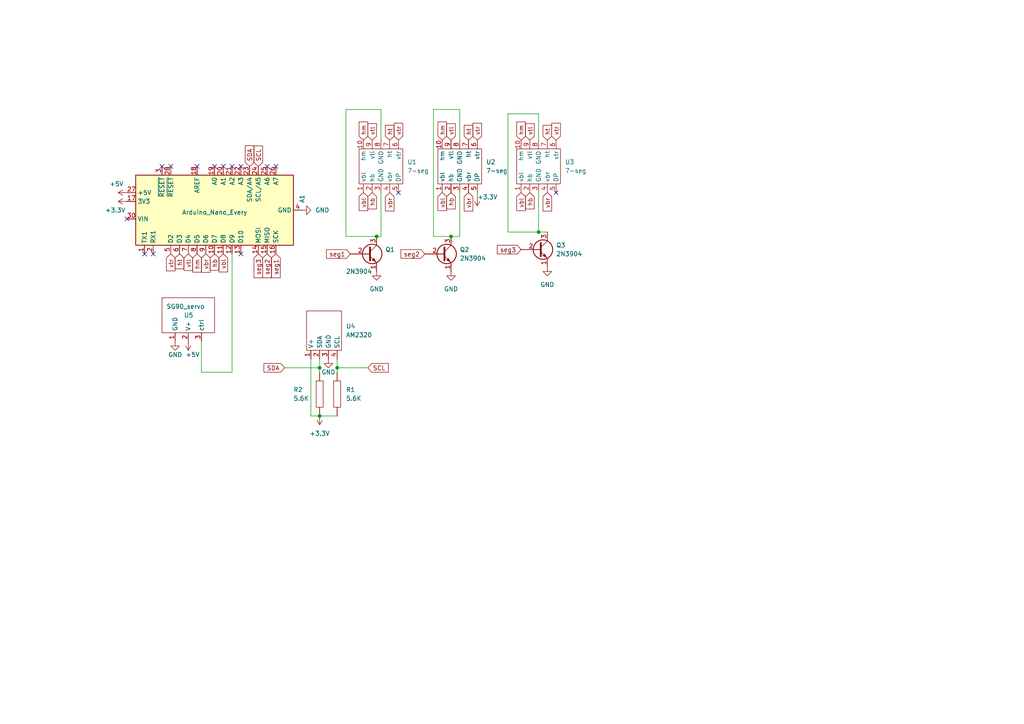
<source format=kicad_sch>
(kicad_sch (version 20230121) (generator eeschema)
  (paper "A4")
  (lib_symbols
    (symbol "7-segment-display:7-seg"
      (property "Reference" "U" (at 5.08 -7.62 0))
      (property "Value" "7-seg" (at 0 -7.62 0))
      (symbol "7-seg_0_1"
        (rectangle (start -6.35 -2.54) (end 6.35 -12.7))
      )
      (symbol "7-seg_1_1"
        (pin input line (at -5.08 -15.24 90) (length 2.54) (name "vbl") (number "1"))
        (pin input line (at -5.08 0 270) (length 2.54) (name "hm") (number "10"))
        (pin input line (at -2.54 -15.24 90) (length 2.54) (name "hb") (number "2"))
        (pin input line (at 0 -15.24 90) (length 2.54) (name "GND") (number "3"))
        (pin input line (at 2.54 -15.24 90) (length 2.54) (name "vbr") (number "4"))
        (pin input line (at 5.08 -15.24 90) (length 2.54) (name "DP") (number "5"))
        (pin input line (at 5.08 0 270) (length 2.54) (name "vtr") (number "6"))
        (pin input line (at 2.54 0 270) (length 2.54) (name "ht") (number "7"))
        (pin input line (at 0 0 270) (length 2.54) (name "GND") (number "8"))
        (pin input line (at -2.54 0 270) (length 2.54) (name "vtl") (number "9"))
      )
    )
    (symbol "7-segment-display:AM2320"
      (property "Reference" "U" (at 0 5.08 0))
      (property "Value" "AM2320" (at 0 2.54 0))
      (symbol "AM2320_0_1"
        (rectangle (start -5.08 -3.81) (end 5.08 7.62))
      )
      (symbol "AM2320_1_1"
        (pin input line (at -3.81 -6.35 90) (length 2.54) (name "V+") (number "1"))
        (pin input line (at -1.27 -6.35 90) (length 2.54) (name "SDA") (number "2"))
        (pin input line (at 1.27 -6.35 90) (length 2.54) (name "GND") (number "3"))
        (pin input line (at 3.81 -6.35 90) (length 2.54) (name "SCL") (number "4"))
      )
    )
    (symbol "7-segment-display:MG90S_servo"
      (property "Reference" "U" (at 0 5.08 0))
      (property "Value" "MG90S_servo" (at 0 2.54 0))
      (symbol "MG90S_servo_0_1"
        (rectangle (start 7.62 -3.81) (end -7.62 6.35))
      )
      (symbol "MG90S_servo_1_1"
        (pin input line (at -3.81 -6.35 90) (length 2.54) (name "GND") (number "1"))
        (pin input line (at 0 -6.35 90) (length 2.54) (name "V+") (number "2"))
        (pin input line (at 3.81 -6.35 90) (length 2.54) (name "ctrl") (number "3"))
      )
    )
    (symbol "MCU_Module:Arduino_Nano_Every"
      (property "Reference" "A" (at -10.16 23.495 0))
      (property "Value" "Arduino_Nano_Every" (at 5.08 -24.13 0))
      (symbol "Arduino_Nano_Every_0_1"
        (rectangle (start -10.16 22.86) (end 10.16 -22.86) (stroke (width 0.254)) (fill (type background)))
      )
      (symbol "Arduino_Nano_Every_1_1"
        (pin bidirectional line (at -12.7 20.32 0) (length 2.54) (name "TX1") (number "1"))
        (pin bidirectional line (at -12.7 0 0) (length 2.54) (name "D7") (number "10"))
        (pin bidirectional line (at -12.7 -2.54 0) (length 2.54) (name "D8") (number "11"))
        (pin bidirectional line (at -12.7 -5.08 0) (length 2.54) (name "D9") (number "12"))
        (pin bidirectional line (at -12.7 -7.62 0) (length 2.54) (name "D10") (number "13"))
        (pin bidirectional line (at -12.7 -12.7 0) (length 2.54) (name "MOSI") (number "14"))
        (pin bidirectional line (at -12.7 -15.24 0) (length 2.54) (name "MISO") (number "15"))
        (pin bidirectional line (at -12.7 -17.78 0) (length 2.54) (name "SCK") (number "16"))
        (pin power_out line (at 2.54 25.4 270) (length 2.54) (name "3V3") (number "17"))
        (pin input line (at 12.7 5.08 180) (length 2.54) (name "AREF") (number "18"))
        (pin bidirectional line (at 12.7 0 180) (length 2.54) (name "A0") (number "19"))
        (pin bidirectional line (at -12.7 17.78 0) (length 2.54) (name "RX1") (number "2"))
        (pin bidirectional line (at 12.7 -2.54 180) (length 2.54) (name "A1") (number "20"))
        (pin bidirectional line (at 12.7 -5.08 180) (length 2.54) (name "A2") (number "21"))
        (pin bidirectional line (at 12.7 -7.62 180) (length 2.54) (name "A3") (number "22"))
        (pin bidirectional line (at 12.7 -10.16 180) (length 2.54) (name "SDA/A4") (number "23"))
        (pin bidirectional line (at 12.7 -12.7 180) (length 2.54) (name "SCL/A5") (number "24"))
        (pin bidirectional line (at 12.7 -15.24 180) (length 2.54) (name "A6") (number "25"))
        (pin bidirectional line (at 12.7 -17.78 180) (length 2.54) (name "A7") (number "26"))
        (pin power_out line (at 5.08 25.4 270) (length 2.54) (name "+5V") (number "27"))
        (pin input line (at 12.7 12.7 180) (length 2.54) (name "~{RESET}") (number "28"))
        (pin passive line (at 0 -25.4 90) (length 2.54) hide (name "GND") (number "29"))
        (pin input line (at 12.7 15.24 180) (length 2.54) (name "~{RESET}") (number "3"))
        (pin power_in line (at -2.54 25.4 270) (length 2.54) (name "VIN") (number "30"))
        (pin power_in line (at 0 -25.4 90) (length 2.54) (name "GND") (number "4"))
        (pin bidirectional line (at -12.7 12.7 0) (length 2.54) (name "D2") (number "5"))
        (pin bidirectional line (at -12.7 10.16 0) (length 2.54) (name "D3") (number "6"))
        (pin bidirectional line (at -12.7 7.62 0) (length 2.54) (name "D4") (number "7"))
        (pin bidirectional line (at -12.7 5.08 0) (length 2.54) (name "D5") (number "8"))
        (pin bidirectional line (at -12.7 2.54 0) (length 2.54) (name "D6") (number "9"))
      )
    )
    (symbol "Transistor_BJT:2N3904" (pin_names (offset 0) hide)
      (property "Reference" "Q" (at 5.08 1.905 0))
      (property "Value" "2N3904" (at 5.08 0 0))
      (symbol "2N3904_0_1"
        (polyline (pts (xy 0.635 0.635) (xy 2.54 2.54)))
        (polyline (pts (xy 0.635 -0.635) (xy 2.54 -2.54) (xy 2.54 -2.54)))
        (polyline (pts (xy 0.635 1.905) (xy 0.635 -1.905) (xy 0.635 -1.905)) (stroke (width 0.508)))
        (polyline (pts (xy 1.27 -1.778) (xy 1.778 -1.27) (xy 2.286 -2.286) (xy 1.27 -1.778) (xy 1.27 -1.778)) (fill (type outline)))
        (circle (center 1.27 0) (radius 2.8194) (stroke (width 0.254)))
      )
      (symbol "2N3904_1_1"
        (pin passive line (at 2.54 -5.08 90) (length 2.54) (name "E") (number "1"))
        (pin passive line (at -5.08 0 0) (length 5.715) (name "B") (number "2"))
        (pin passive line (at 2.54 5.08 270) (length 2.54) (name "C") (number "3"))
      )
    )
    (symbol "power:+3.3V" (power) (pin_names (offset 0))
      (property "Value" "+3.3V" (at 0 3.556 0))
      (symbol "+3.3V_0_1"
        (polyline (pts (xy -0.762 1.27) (xy 0 2.54)))
        (polyline (pts (xy 0 0) (xy 0 2.54)))
        (polyline (pts (xy 0 2.54) (xy 0.762 1.27)))
      )
      (symbol "+3.3V_1_1"
        (pin power_in line (at 0 0 90) (length 0) hide (name "+3.3V") (number "1"))
      )
    )
    (symbol "power:+5V" (power) (pin_names (offset 0))
      (property "Value" "+5V" (at 0 3.556 0))
      (symbol "+5V_0_1"
        (polyline (pts (xy -0.762 1.27) (xy 0 2.54)))
        (polyline (pts (xy 0 0) (xy 0 2.54)))
        (polyline (pts (xy 0 2.54) (xy 0.762 1.27)))
      )
      (symbol "+5V_1_1"
        (pin power_in line (at 0 0 90) (length 0) hide (name "+5V") (number "1"))
      )
    )
    (symbol "power:GND" (power) (pin_names (offset 0))
      (property "Value" "GND" (at 0 -3.81 0))
      (symbol "GND_0_1"
        (polyline (pts (xy 0 0) (xy 0 -1.27) (xy 1.27 -1.27) (xy 0 -2.54) (xy -1.27 -1.27) (xy 0 -1.27)))
      )
      (symbol "GND_1_1"
        (pin power_in line (at 0 0 270) (length 0) hide (name "GND") (number "1"))
      )
    )
    (symbol "pspice:R" (pin_numbers hide) (pin_names (offset 0))
      (property "Reference" "R" (at 2.032 0 90))
      (property "Value" "R" (at 0 0 90))
      (symbol "R_0_1"
        (rectangle (start -1.016 3.81) (end 1.016 -3.81))
      )
      (symbol "R_1_1"
        (pin passive line (at 0 6.35 270) (length 2.54) (name "~") (number "1"))
        (pin passive line (at 0 -6.35 90) (length 2.54) (name "~") (number "2"))
      )
    )
  )
  (junction (at 92.71 120.65))
  (junction (at 92.71 106.68))
  (junction (at 130.81 68.58))
  (junction (at 156.21 67.31))
  (junction (at 109.22 68.58))
  (junction (at 97.79 106.68))
  (no_connect (at 67.31 48.26))
  (no_connect (at 69.85 48.26))
  (no_connect (at 161.29 55.88))
  (no_connect (at 57.15 48.26))
  (no_connect (at 36.83 63.5))
  (no_connect (at 62.23 48.26))
  (no_connect (at 80.01 48.26))
  (no_connect (at 44.45 73.66))
  (no_connect (at 64.77 48.26))
  (no_connect (at 41.91 73.66))
  (no_connect (at 46.99 48.26))
  (no_connect (at 49.53 48.26))
  (no_connect (at 115.57 55.88))
  (no_connect (at 69.85 73.66))
  (no_connect (at 77.47 48.26))
  (wire (pts (xy 82.55 106.68) (xy 92.71 106.68)))
  (wire (pts (xy 90.17 104.14) (xy 90.17 120.65)))
  (wire (pts (xy 156.21 33.02) (xy 147.32 33.02)))
  (wire (pts (xy 92.71 120.65) (xy 97.79 120.65)))
  (wire (pts (xy 58.42 99.06) (xy 58.42 107.95)))
  (wire (pts (xy 58.42 107.95) (xy 67.31 107.95)))
  (wire (pts (xy 92.71 104.14) (xy 92.71 106.68)))
  (wire (pts (xy 125.73 31.75) (xy 133.35 31.75)))
  (wire (pts (xy 97.79 104.14) (xy 97.79 106.68)))
  (wire (pts (xy 100.33 68.58) (xy 109.22 68.58)))
  (wire (pts (xy 138.43 55.88) (xy 138.43 57.15)))
  (wire (pts (xy 110.49 55.88) (xy 110.49 68.58)))
  (wire (pts (xy 156.21 55.88) (xy 156.21 67.31)))
  (wire (pts (xy 133.35 55.88) (xy 133.35 68.58)))
  (wire (pts (xy 130.81 68.58) (xy 125.73 68.58)))
  (wire (pts (xy 109.22 68.58) (xy 110.49 68.58)))
  (wire (pts (xy 90.17 120.65) (xy 92.71 120.65)))
  (wire (pts (xy 156.21 40.64) (xy 156.21 33.02)))
  (wire (pts (xy 97.79 106.68) (xy 106.68 106.68)))
  (wire (pts (xy 110.49 31.75) (xy 100.33 31.75)))
  (wire (pts (xy 156.21 67.31) (xy 158.75 67.31)))
  (wire (pts (xy 97.79 106.68) (xy 97.79 107.95)))
  (wire (pts (xy 133.35 31.75) (xy 133.35 40.64)))
  (wire (pts (xy 147.32 67.31) (xy 156.21 67.31)))
  (wire (pts (xy 147.32 33.02) (xy 147.32 67.31)))
  (wire (pts (xy 125.73 68.58) (xy 125.73 31.75)))
  (wire (pts (xy 130.81 68.58) (xy 133.35 68.58)))
  (wire (pts (xy 100.33 31.75) (xy 100.33 68.58)))
  (wire (pts (xy 110.49 40.64) (xy 110.49 31.75)))
  (wire (pts (xy 67.31 107.95) (xy 67.31 73.66)))
  (wire (pts (xy 92.71 106.68) (xy 92.71 107.95)))
  (global_label "SDA" (shape input) (at 72.39 48.26 90) (property "Intersheetrefs" "${INTERSHEET_REFS}" (effects hide)))
  (global_label "seg2" (shape input) (at 123.19 73.66 180) (property "Intersheetrefs" "${INTERSHEET_REFS}" (effects hide)))
  (global_label "ht" (shape input) (at 135.89 40.64 90) (property "Intersheetrefs" "${INTERSHEET_REFS}" (effects hide)))
  (global_label "ht" (shape input) (at 158.75 40.64 90) (property "Intersheetrefs" "${INTERSHEET_REFS}" (effects hide)))
  (global_label "vtl" (shape input) (at 107.95 40.64 90) (property "Intersheetrefs" "${INTERSHEET_REFS}" (effects hide)))
  (global_label "ht" (shape input) (at 113.03 40.64 90) (property "Intersheetrefs" "${INTERSHEET_REFS}" (effects hide)))
  (global_label "hm" (shape input) (at 57.15 73.66 270) (property "Intersheetrefs" "${INTERSHEET_REFS}" (effects hide)))
  (global_label "vtr" (shape input) (at 115.57 40.64 90) (property "Intersheetrefs" "${INTERSHEET_REFS}" (effects hide)))
  (global_label "vtr" (shape input) (at 49.53 73.66 270) (property "Intersheetrefs" "${INTERSHEET_REFS}" (effects hide)))
  (global_label "SCL" (shape input) (at 74.93 48.26 90) (property "Intersheetrefs" "${INTERSHEET_REFS}" (effects hide)))
  (global_label "hm" (shape input) (at 128.27 40.64 90) (property "Intersheetrefs" "${INTERSHEET_REFS}" (effects hide)))
  (global_label "seg2" (shape input) (at 77.47 73.66 270) (property "Intersheetrefs" "${INTERSHEET_REFS}" (effects hide)))
  (global_label "seg1" (shape input) (at 101.6 73.66 180) (property "Intersheetrefs" "${INTERSHEET_REFS}" (effects hide)))
  (global_label "vtl" (shape input) (at 54.61 73.66 270) (property "Intersheetrefs" "${INTERSHEET_REFS}" (effects hide)))
  (global_label "vbl" (shape input) (at 105.41 55.88 270) (property "Intersheetrefs" "${INTERSHEET_REFS}" (effects hide)))
  (global_label "SDA" (shape input) (at 82.55 106.68 180) (property "Intersheetrefs" "${INTERSHEET_REFS}" (effects hide)))
  (global_label "vbl" (shape input) (at 64.77 73.66 270) (property "Intersheetrefs" "${INTERSHEET_REFS}" (effects hide)))
  (global_label "hb" (shape input) (at 130.81 55.88 270) (property "Intersheetrefs" "${INTERSHEET_REFS}" (effects hide)))
  (global_label "vbr" (shape input) (at 158.75 55.88 270) (property "Intersheetrefs" "${INTERSHEET_REFS}" (effects hide)))
  (global_label "hm" (shape input) (at 105.41 40.64 90) (property "Intersheetrefs" "${INTERSHEET_REFS}" (effects hide)))
  (global_label "seg1" (shape input) (at 80.01 73.66 270) (property "Intersheetrefs" "${INTERSHEET_REFS}" (effects hide)))
  (global_label "vtl" (shape input) (at 153.67 40.64 90) (property "Intersheetrefs" "${INTERSHEET_REFS}" (effects hide)))
  (global_label "vtr" (shape input) (at 161.29 40.64 90) (property "Intersheetrefs" "${INTERSHEET_REFS}" (effects hide)))
  (global_label "hb" (shape input) (at 107.95 55.88 270) (property "Intersheetrefs" "${INTERSHEET_REFS}" (effects hide)))
  (global_label "hb" (shape input) (at 153.67 55.88 270) (property "Intersheetrefs" "${INTERSHEET_REFS}" (effects hide)))
  (global_label "vtl" (shape input) (at 130.81 40.64 90) (property "Intersheetrefs" "${INTERSHEET_REFS}" (effects hide)))
  (global_label "vtr" (shape input) (at 138.43 40.64 90) (property "Intersheetrefs" "${INTERSHEET_REFS}" (effects hide)))
  (global_label "SCL" (shape input) (at 106.68 106.68 0) (property "Intersheetrefs" "${INTERSHEET_REFS}" (effects hide)))
  (global_label "vbr" (shape input) (at 59.69 73.66 270) (property "Intersheetrefs" "${INTERSHEET_REFS}" (effects hide)))
  (global_label "seg3" (shape input) (at 151.13 72.39 180) (property "Intersheetrefs" "${INTERSHEET_REFS}" (effects hide)))
  (global_label "vbl" (shape input) (at 151.13 55.88 270) (property "Intersheetrefs" "${INTERSHEET_REFS}" (effects hide)))
  (global_label "vbr" (shape input) (at 135.89 55.88 270) (property "Intersheetrefs" "${INTERSHEET_REFS}" (effects hide)))
  (global_label "hb" (shape input) (at 62.23 73.66 270) (property "Intersheetrefs" "${INTERSHEET_REFS}" (effects hide)))
  (global_label "hm" (shape input) (at 151.13 40.64 90) (property "Intersheetrefs" "${INTERSHEET_REFS}" (effects hide)))
  (global_label "seg3" (shape input) (at 74.93 73.66 270) (property "Intersheetrefs" "${INTERSHEET_REFS}" (effects hide)))
  (global_label "vbl" (shape input) (at 128.27 55.88 270) (property "Intersheetrefs" "${INTERSHEET_REFS}" (effects hide)))
  (global_label "vbr" (shape input) (at 113.03 55.88 270) (property "Intersheetrefs" "${INTERSHEET_REFS}" (effects hide)))
  (global_label "ht" (shape input) (at 52.07 73.66 270) (property "Intersheetrefs" "${INTERSHEET_REFS}" (effects hide)))
  (symbol (lib_id "pspice:R") (at 97.79 114.3 0) (unit 1)
    (property "Reference" "R1" (at 100.33 113.0299 0) (effects (justify left)))
    (property "Value" "5.6K" (at 100.33 115.5699 0) (effects (justify left)))
    (property "Footprint" "Library:resistor" (effects hide))
  )
  (symbol (lib_id "7-segment-display:MG90S_servo") (at 54.61 92.71 0) (unit 1)
    (property "Reference" "U5" (at 53.34 91.44 0) (effects (justify left)))
    (property "Value" "SG90_servo" (at 48.26 88.9 0) (effects (justify left)))
    (property "Footprint" "Library:MG90S servo" (effects hide))
  )
  (symbol (lib_id "7-segment-display:7-seg") (at 110.49 40.64 0) (unit 1)
    (property "Reference" "U1" (at 118.11 46.9899 0) (effects (justify left)))
    (property "Value" "7-seg" (at 118.11 49.5299 0) (effects (justify left)))
    (property "Footprint" "Display_7Segment:7SegmentLED_LTS6760_LTS6780" (effects hide))
  )
  (symbol (lib_id "Transistor_BJT:2N3904") (at 156.21 72.39 0) (unit 1)
    (property "Reference" "Q3" (at 161.29 71.1199 0) (effects (justify left)))
    (property "Value" "2N3904" (at 161.29 73.6599 0) (effects (justify left)))
    (property "Footprint" "Package_TO_SOT_THT:TO-92_Inline" (effects hide))
    (property "Datasheet" "https://www.onsemi.com/pub/Collateral/2N3903-D.PDF" (effects hide))
  )
  (symbol (lib_id "power:+5V") (at 36.83 55.88 90) (unit 1)
    (property "Reference" "#PWR0111" (effects hide))
    (property "Value" "+5V" (at 31.75 53.34 90) (effects (justify right)))
  )
  (symbol (lib_id "power:GND") (at 87.63 60.96 90) (unit 1)
    (property "Reference" "#PWR0102" (effects hide))
    (property "Value" "GND" (at 91.44 60.9599 90) (effects (justify right)))
  )
  (symbol (lib_id "power:GND") (at 50.8 99.06 0) (unit 1)
    (property "Reference" "#PWR0113" (effects hide))
    (property "Value" "GND" (at 50.8 102.87 0))
  )
  (symbol (lib_id "7-segment-display:7-seg") (at 156.21 40.64 0) (unit 1)
    (property "Reference" "U3" (at 163.83 46.9899 0) (effects (justify left)))
    (property "Value" "7-seg" (at 163.83 49.5299 0) (effects (justify left)))
    (property "Footprint" "Display_7Segment:7SegmentLED_LTS6760_LTS6780" (effects hide))
  )
  (symbol (lib_id "7-segment-display:7-seg") (at 133.35 40.64 0) (unit 1)
    (property "Reference" "U2" (at 140.97 46.9899 0) (effects (justify left)))
    (property "Value" "7-seg" (at 140.97 49.5299 0) (effects (justify left)))
    (property "Footprint" "Display_7Segment:7SegmentLED_LTS6760_LTS6780" (effects hide))
  )
  (symbol (lib_id "Transistor_BJT:2N3904") (at 106.68 73.66 0) (unit 1)
    (property "Reference" "Q1" (at 111.76 72.3899 0) (effects (justify left)))
    (property "Value" "2N3904" (at 100.33 78.74 0) (effects (justify left)))
    (property "Footprint" "Package_TO_SOT_THT:TO-92_Inline" (effects hide))
    (property "Datasheet" "https://www.onsemi.com/pub/Collateral/2N3903-D.PDF" (effects hide))
  )
  (symbol (lib_id "7-segment-display:AM2320") (at 93.98 97.79 0) (unit 1)
    (property "Reference" "U4" (at 100.33 94.6149 0) (effects (justify left)))
    (property "Value" "AM2320" (at 100.33 97.1549 0) (effects (justify left)))
    (property "Footprint" "Library:AM2320 (temperature and humidity sensor)" (effects hide))
  )
  (symbol (lib_id "Transistor_BJT:2N3904") (at 128.27 73.66 0) (unit 1)
    (property "Reference" "Q2" (at 133.35 72.3899 0) (effects (justify left)))
    (property "Value" "2N3904" (at 133.35 74.9299 0) (effects (justify left)))
    (property "Footprint" "Package_TO_SOT_THT:TO-92_Inline" (effects hide))
    (property "Datasheet" "https://www.onsemi.com/pub/Collateral/2N3903-D.PDF" (effects hide))
  )
  (symbol (lib_id "power:+3.3V") (at 36.83 58.42 90) (unit 1)
    (property "Reference" "#PWR0101" (effects hide))
    (property "Value" "+3.3V" (at 30.48 60.96 90) (effects (justify right)))
  )
  (symbol (lib_id "power:+3.3V") (at 138.43 57.15 180) (unit 1)
    (property "Reference" "#PWR01" (effects hide))
    (property "Value" "+3.3V" (at 138.43 57.15 0) (effects (justify right)))
  )
  (symbol (lib_id "MCU_Module:Arduino_Nano_Every") (at 62.23 60.96 90) (unit 1)
    (property "Reference" "A1" (at 87.63 58.9406 0) (effects (justify left)))
    (property "Value" "Arduino_Nano_Every" (at 71.755 61.595 90) (effects (justify left)))
    (property "Footprint" "Module:Arduino_Nano" (effects hide))
    (property "Datasheet" "https://content.arduino.cc/assets/NANOEveryV3.0_sch.pdf" (effects hide))
  )
  (symbol (lib_id "power:GND") (at 130.81 78.74 0) (unit 1)
    (property "Reference" "#PWR0105" (effects hide))
    (property "Value" "GND" (at 130.81 83.82 0))
  )
  (symbol (lib_id "power:GND") (at 109.22 78.74 0) (unit 1)
    (property "Reference" "#PWR0103" (effects hide))
    (property "Value" "GND" (at 109.22 83.82 0))
  )
  (symbol (lib_id "power:GND") (at 95.25 104.14 0) (unit 1)
    (property "Reference" "#PWR0109" (effects hide))
    (property "Value" "GND" (at 95.25 107.95 0))
  )
  (symbol (lib_id "power:+3.3V") (at 92.71 120.65 180) (unit 1)
    (property "Reference" "#PWR0110" (effects hide))
    (property "Value" "+3.3V" (at 92.71 125.73 0))
  )
  (symbol (lib_id "pspice:R") (at 92.71 114.3 0) (unit 1)
    (property "Reference" "R2" (at 85.09 113.03 0) (effects (justify left)))
    (property "Value" "5.6K" (at 85.09 115.57 0) (effects (justify left)))
    (property "Footprint" "Library:resistor" (effects hide))
  )
  (symbol (lib_id "power:GND") (at 158.75 77.47 0) (unit 1)
    (property "Reference" "#PWR0108" (effects hide))
    (property "Value" "GND" (at 158.75 82.55 0))
  )
  (symbol (lib_id "power:+5V") (at 54.61 99.06 180) (unit 1)
    (property "Reference" "#PWR0112" (effects hide))
    (property "Value" "+5V" (at 55.88 102.87 0))
  )
)
</source>
